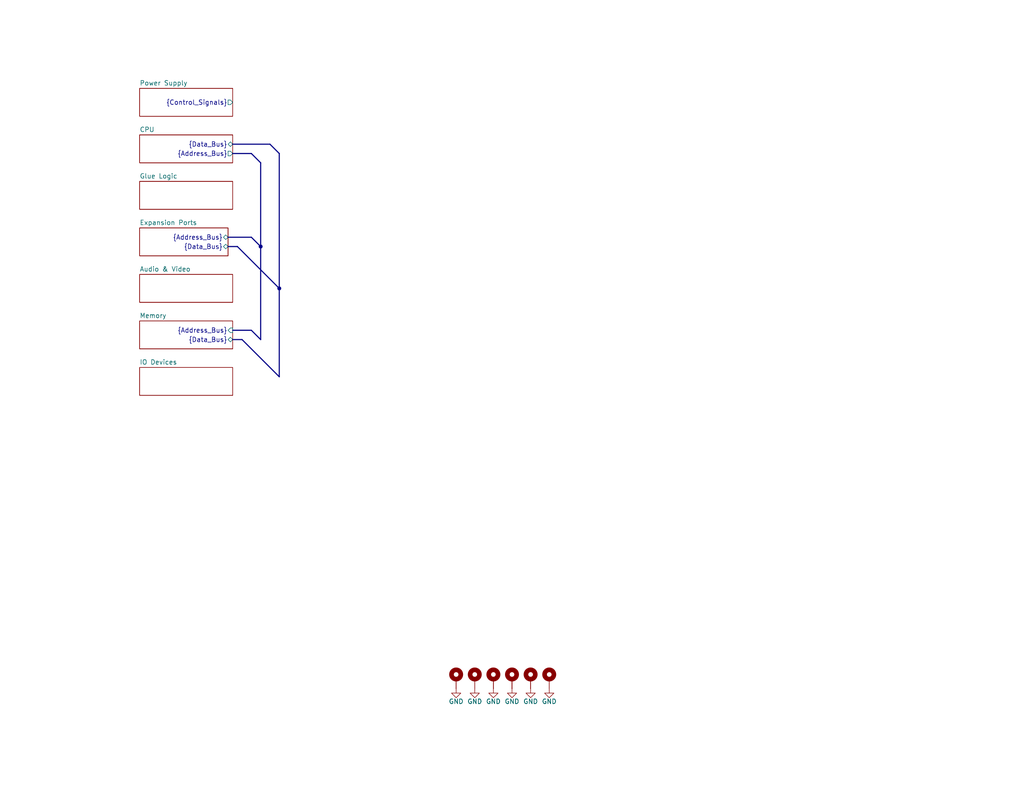
<source format=kicad_sch>
(kicad_sch (version 20231120) (generator "eeschema") (generator_version "8.0")
  (paper "A")
  (title_block (title "Sentinel 65X") (date "2024-05-24") (rev "5") (company "Studio 8502"))
  (lib_symbols
    (symbol "Mechanical:MountingHole_Pad" (pin_numbers hide) (pin_names (offset 1.016) hide) (exclude_from_sim yes) (in_bom no)
      (property "Reference" "H" (at 0 6.35 0))
      (property "Value" "MountingHole_Pad" (at 0 4.445 0))
      (symbol "MountingHole_Pad_0_1"
        (circle (center 0 1.27) (radius 1.27) (stroke (width 1.27)))
      )
      (symbol "MountingHole_Pad_1_1"
        (pin input line (at 0 -2.54 90) (length 2.54) (name "1") (number "1"))
      )
    )
    (symbol "power:GND" (power) (pin_numbers hide) (pin_names (offset 0) hide)
      (property "Value" "GND" (at 0 -3.81 0))
      (symbol "GND_0_1"
        (polyline (pts (xy 0 0) (xy 0 -1.27) (xy 1.27 -1.27) (xy 0 -2.54) (xy -1.27 -1.27) (xy 0 -1.27)))
      )
      (symbol "GND_1_1"
        (pin power_in line (at 0 0 270) (length 0) (name "~") (number "1"))
      )
    )
  )
  (bus_alias "Address_Bus" (members "A[0..23]"))
  (bus_alias "Data_Bus" (members "D[0..7]"))
  (junction (at 76.2 78.74))
  (junction (at 71.12 67.31))
  (bus (pts (xy 76.2 41.91) (xy 76.2 78.74)))
  (bus (pts (xy 71.12 67.31) (xy 68.58 64.77)))
  (bus (pts (xy 71.12 67.31) (xy 71.12 92.71)))
  (bus (pts (xy 76.2 78.74) (xy 76.2 102.87)))
  (bus (pts (xy 71.12 44.45) (xy 71.12 67.31)))
  (bus (pts (xy 63.5 41.91) (xy 68.58 41.91)))
  (bus (pts (xy 62.23 67.31) (xy 64.77 67.31)))
  (bus (pts (xy 63.5 92.71) (xy 66.04 92.71)))
  (bus (pts (xy 64.77 67.31) (xy 76.2 78.74)))
  (bus (pts (xy 66.04 92.71) (xy 76.2 102.87)))
  (bus (pts (xy 68.58 41.91) (xy 71.12 44.45)))
  (bus (pts (xy 62.23 64.77) (xy 68.58 64.77)))
  (bus (pts (xy 76.2 41.91) (xy 73.66 39.37)))
  (bus (pts (xy 63.5 39.37) (xy 73.66 39.37)))
  (bus (pts (xy 68.58 90.17) (xy 71.12 92.71)))
  (bus (pts (xy 63.5 90.17) (xy 68.58 90.17)))
  (symbol (lib_id "Mechanical:MountingHole_Pad") (at 134.62 185.42 0) (unit 1) (exclude_from_sim yes) (in_bom no)
    (property "Reference" "H4" (effects (hide yes)))
    (property "Value" "MountingHole_Pad" (effects (hide yes)))
    (property "Footprint" "MountingHole:MountingHole_3.2mm_M3_DIN965_Pad" (effects (hide yes)))
    (property "Description" "Mounting Hole with connection" (effects (hide yes)))
  )
  (symbol (lib_id "Mechanical:MountingHole_Pad") (at 139.7 185.42 0) (unit 1) (exclude_from_sim yes) (in_bom no)
    (property "Reference" "H3" (effects (hide yes)))
    (property "Value" "MountingHole_Pad" (effects (hide yes)))
    (property "Footprint" "MountingHole:MountingHole_3.2mm_M3_DIN965_Pad" (effects (hide yes)))
    (property "Description" "Mounting Hole with connection" (effects (hide yes)))
  )
  (symbol (lib_id "power:GND") (at 124.46 187.96 0) (unit 1)
    (property "Reference" "#PWR01" (effects (hide yes)))
    (property "Value" "GND" (at 124.46 191.516 0))
    (property "Description" "Power symbol creates a global label with name \"GND\" , ground" (effects (hide yes)))
  )
  (symbol (lib_id "power:GND") (at 129.54 187.96 0) (unit 1)
    (property "Reference" "#PWR02" (effects (hide yes)))
    (property "Value" "GND" (at 129.54 191.516 0))
    (property "Description" "Power symbol creates a global label with name \"GND\" , ground" (effects (hide yes)))
  )
  (symbol (lib_id "Mechanical:MountingHole_Pad") (at 124.46 185.42 0) (unit 1) (exclude_from_sim yes) (in_bom no)
    (property "Reference" "H6" (effects (hide yes)))
    (property "Value" "MountingHole_Pad" (effects (hide yes)))
    (property "Footprint" "MountingHole:MountingHole_3.2mm_M3_DIN965_Pad" (effects (hide yes)))
    (property "Description" "Mounting Hole with connection" (effects (hide yes)))
  )
  (symbol (lib_id "power:GND") (at 149.86 187.96 0) (unit 1)
    (property "Reference" "#PWR06" (effects (hide yes)))
    (property "Value" "GND" (at 149.86 191.516 0))
    (property "Description" "Power symbol creates a global label with name \"GND\" , ground" (effects (hide yes)))
  )
  (symbol (lib_id "power:GND") (at 134.62 187.96 0) (unit 1)
    (property "Reference" "#PWR03" (effects (hide yes)))
    (property "Value" "GND" (at 134.62 191.516 0))
    (property "Description" "Power symbol creates a global label with name \"GND\" , ground" (effects (hide yes)))
  )
  (symbol (lib_id "power:GND") (at 139.7 187.96 0) (unit 1)
    (property "Reference" "#PWR04" (effects (hide yes)))
    (property "Value" "GND" (at 139.7 191.516 0))
    (property "Description" "Power symbol creates a global label with name \"GND\" , ground" (effects (hide yes)))
  )
  (symbol (lib_id "Mechanical:MountingHole_Pad") (at 129.54 185.42 0) (unit 1) (exclude_from_sim yes) (in_bom no)
    (property "Reference" "H5" (effects (hide yes)))
    (property "Value" "MountingHole_Pad" (effects (hide yes)))
    (property "Footprint" "MountingHole:MountingHole_3.2mm_M3_DIN965_Pad" (effects (hide yes)))
    (property "Description" "Mounting Hole with connection" (effects (hide yes)))
  )
  (symbol (lib_id "power:GND") (at 144.78 187.96 0) (unit 1)
    (property "Reference" "#PWR05" (effects (hide yes)))
    (property "Value" "GND" (at 144.78 191.516 0))
    (property "Description" "Power symbol creates a global label with name \"GND\" , ground" (effects (hide yes)))
  )
  (symbol (lib_id "Mechanical:MountingHole_Pad") (at 144.78 185.42 0) (unit 1) (exclude_from_sim yes) (in_bom no)
    (property "Reference" "H2" (effects (hide yes)))
    (property "Value" "MountingHole_Pad" (effects (hide yes)))
    (property "Footprint" "MountingHole:MountingHole_3.2mm_M3_DIN965_Pad" (effects (hide yes)))
    (property "Description" "Mounting Hole with connection" (effects (hide yes)))
  )
  (symbol (lib_id "Mechanical:MountingHole_Pad") (at 149.86 185.42 0) (unit 1) (exclude_from_sim yes) (in_bom no)
    (property "Reference" "H1" (effects (hide yes)))
    (property "Value" "MountingHole_Pad" (effects (hide yes)))
    (property "Footprint" "MountingHole:MountingHole_3.2mm_M3_DIN965_Pad" (effects (hide yes)))
    (property "Description" "Mounting Hole with connection" (effects (hide yes)))
  )
  (sheet (at 38.1 87.63) (size 25.4 7.62) (stroke (width 0.1524))
    (property "Sheetname" "Memory" (at 38.1 86.9184 0) (effects (justify left bottom)))
    (property "Sheetfile" "Memory.kicad_sch" (effects (hide yes)))
    (pin "{Address_Bus}" input (at 63.5 90.17 0))
    (pin "{Data_Bus}" bidirectional (at 63.5 92.71 0))
  )
  (sheet (at 38.1 74.93) (size 25.4 7.62) (stroke (width 0.1524))
    (property "Sheetname" "Audio & Video" (at 38.1 74.2184 0) (effects (justify left bottom)))
    (property "Sheetfile" "Audio & Video.kicad_sch" (effects (hide yes)))
  )
  (sheet (at 38.1 49.53) (size 25.4 7.62) (stroke (width 0.1524))
    (property "Sheetname" "Glue Logic" (at 38.1 48.8184 0) (effects (justify left bottom)))
    (property "Sheetfile" "Glue Logic.kicad_sch" (effects (hide yes)))
  )
  (sheet (at 38.1 62.23) (size 24.13 7.62) (stroke (width 0.1524))
    (property "Sheetname" "Expansion Ports" (at 38.1 61.5184 0) (effects (justify left bottom)))
    (property "Sheetfile" "Expansion Ports.kicad_sch" (effects (hide yes)))
    (pin "{Address_Bus}" bidirectional (at 62.23 64.77 0))
    (pin "{Data_Bus}" bidirectional (at 62.23 67.31 0))
  )
  (sheet (at 38.1 100.33) (size 25.4 7.62) (stroke (width 0.1524))
    (property "Sheetname" "IO Devices" (at 38.1 99.6184 0) (effects (justify left bottom)))
    (property "Sheetfile" "IO Devices.kicad_sch" (effects (hide yes)))
  )
  (sheet (at 38.1 24.13) (size 25.4 7.62) (stroke (width 0.1524))
    (property "Sheetname" "Power Supply" (at 38.1 23.4184 0) (effects (justify left bottom)))
    (property "Sheetfile" "Power Supply.kicad_sch" (effects (hide yes)))
    (pin "{Control_Signals}" output (at 63.5 27.94 0))
  )
  (sheet (at 38.1 36.83) (size 25.4 7.62) (stroke (width 0.1524))
    (property "Sheetname" "CPU" (at 38.1 36.1184 0) (effects (justify left bottom)))
    (property "Sheetfile" "CPU.kicad_sch" (effects (hide yes)))
    (pin "{Address_Bus}" output (at 63.5 41.91 0))
    (pin "{Data_Bus}" bidirectional (at 63.5 39.37 0))
  )
)
</source>
